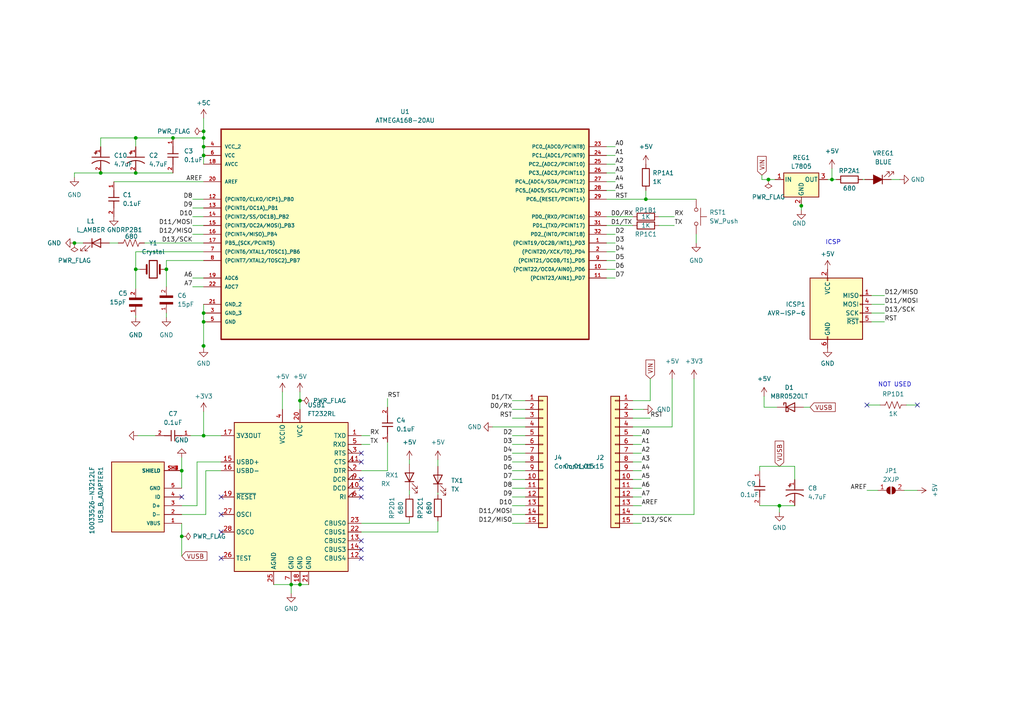
<source format=kicad_sch>
(kicad_sch (version 20230121) (generator eeschema)
  (paper "A4")
  (title_block (title "Arduino Nano") (date "2024-02-19") (rev "Arduino Nano ") (company "IIT Ropar") (comment 1 "PCB Assignment"))
  (lib_symbols
    (symbol "10033526-N3212LF:10033526-N3212LF" (pin_names (offset 1.016))
      (property "Reference" "J" (at -7.62 10.922 0))
      (property "Value" "10033526-N3212LF" (at -7.62 -12.7 0))
      (symbol "10033526-N3212LF_0_0"
        (pin power_in line (at -12.7 7.62 0) (length 5.08) (name "VBUS") (number "1"))
        (pin bidirectional line (at -12.7 5.08 0) (length 5.08) (name "D-") (number "2"))
        (pin bidirectional line (at -12.7 2.54 0) (length 5.08) (name "D+") (number "3"))
        (pin bidirectional line (at -12.7 0 0) (length 5.08) (name "ID") (number "4"))
        (pin power_in line (at -12.7 -2.54 0) (length 5.08) (name "GND") (number "5"))
        (pin passive line (at -12.7 -7.62 0) (length 5.08) (name "SHIELD") (number "SH1"))
        (pin passive line (at -12.7 -7.62 0) (length 5.08) (name "SHIELD") (number "SH2"))
        (pin passive line (at -12.7 -7.62 0) (length 5.08) (name "SHIELD") (number "SH3"))
        (pin passive line (at -12.7 -7.62 0) (length 5.08) (name "SHIELD") (number "SH4"))
      )
    )
    (symbol "ATMEGA168-20AU:ATMEGA168-20AU" (pin_names (offset 1.016))
      (property "Reference" "U" (at -5.6937 30.7563 0))
      (property "Value" "ATMEGA168-20AU" (at -3.7863 -37.3801 0))
      (symbol "ATMEGA168-20AU_0_0"
        (pin bidirectional line (at 58.42 -5.08 180) (length 5.08) (name "(PCINT19/OC2B/INT1)_PD3") (number "1"))
        (pin bidirectional line (at 58.42 -12.7 180) (length 5.08) (name "(PCINT22/OC0A/AIN0)_PD6") (number "10"))
        (pin bidirectional line (at 58.42 -15.24 180) (length 5.08) (name "(PCINT23/AIN1)_PD7") (number "11"))
        (pin bidirectional line (at -58.42 7.62 0) (length 5.08) (name "(PCINT0/CLKO/ICP1)_PB0") (number "12"))
        (pin bidirectional line (at -58.42 5.08 0) (length 5.08) (name "(PCINT1/OC1A)_PB1") (number "13"))
        (pin bidirectional line (at -58.42 2.54 0) (length 5.08) (name "(PCINT2/SS/OC1B)_PB2") (number "14"))
        (pin bidirectional line (at -58.42 0 0) (length 5.08) (name "(PCINT3/OC2A/MOSI)_PB3") (number "15"))
        (pin bidirectional line (at -58.42 -2.54 0) (length 5.08) (name "(PCINT4/MISO)_PB4") (number "16"))
        (pin bidirectional line (at -58.42 -5.08 0) (length 5.08) (name "PB5_(SCK/PCINT5)") (number "17"))
        (pin power_in line (at -58.42 17.78 0) (length 5.08) (name "AVCC") (number "18"))
        (pin input line (at -58.42 -15.24 0) (length 5.08) (name "ADC6") (number "19"))
        (pin bidirectional line (at 58.42 -7.62 180) (length 5.08) (name "(PCINT20/XCK/T0)_PD4") (number "2"))
        (pin input line (at -58.42 12.7 0) (length 5.08) (name "AREF") (number "20"))
        (pin passive line (at -58.42 -22.86 0) (length 5.08) (name "GND_2") (number "21"))
        (pin input line (at -58.42 -17.78 0) (length 5.08) (name "ADC7") (number "22"))
        (pin bidirectional line (at 58.42 22.86 180) (length 5.08) (name "PC0_(ADC0/PCINT8)") (number "23"))
        (pin bidirectional line (at 58.42 20.32 180) (length 5.08) (name "PC1_(ADC1/PCINT9)") (number "24"))
        (pin bidirectional line (at 58.42 17.78 180) (length 5.08) (name "PC2_(ADC2/PCINT10)") (number "25"))
        (pin bidirectional line (at 58.42 15.24 180) (length 5.08) (name "PC3_(ADC3/PCINT11)") (number "26"))
        (pin bidirectional line (at 58.42 12.7 180) (length 5.08) (name "PC4_(ADC4/SDA/PCINT12)") (number "27"))
        (pin bidirectional line (at 58.42 10.16 180) (length 5.08) (name "PC5_(ADC5/SCL/PCINT13)") (number "28"))
        (pin bidirectional line (at 58.42 7.62 180) (length 5.08) (name "PC6_(RESET/PCINT14)") (number "29"))
        (pin passive line (at -58.42 -25.4 0) (length 5.08) (name "GND_3") (number "3"))
        (pin bidirectional line (at 58.42 2.54 180) (length 5.08) (name "PD0_(RXD/PCINT16)") (number "30"))
        (pin bidirectional line (at 58.42 0 180) (length 5.08) (name "PD1_(TXD/PCINT17)") (number "31"))
        (pin bidirectional line (at 58.42 -2.54 180) (length 5.08) (name "PD2_(INT0/PCINT18)") (number "32"))
        (pin power_in line (at -58.42 22.86 0) (length 5.08) (name "VCC_2") (number "4"))
        (pin passive line (at -58.42 -27.94 0) (length 5.08) (name "GND") (number "5"))
        (pin power_in line (at -58.42 20.32 0) (length 5.08) (name "VCC") (number "6"))
        (pin bidirectional line (at -58.42 -7.62 0) (length 5.08) (name "(PCINT6/XTAL1/TOSC1)_PB6") (number "7"))
        (pin bidirectional line (at -58.42 -10.16 0) (length 5.08) (name "(PCINT7/XTAL2/TOSC2)_PB7") (number "8"))
        (pin bidirectional line (at 58.42 -10.16 180) (length 5.08) (name "(PCINT21/OC0B/T1)_PD5") (number "9"))
      )
    )
    (symbol "C0805C104K5RACTU:C0805C104K5RACTU" (pin_names (offset 1.016))
      (property "Reference" "C" (at 5.08 -5.08 0))
      (property "Value" "C0805C104K5RACTU" (at 5.08 -7.62 0))
      (symbol "C0805C104K5RACTU_0_0"
        (pin passive line (at 2.54 0 270) (length 2.54) (name "~") (number "1"))
        (pin passive line (at 2.54 -10.16 90) (length 2.54) (name "~") (number "2"))
      )
    )
    (symbol "C0805C180J5GACTU:C0805C180J5GACTU" (pin_names (offset 1.016))
      (property "Reference" "C" (at 0 3.8109 0))
      (property "Value" "C0805C180J5GACTU" (at 0 -5.0885 0))
      (symbol "C0805C180J5GACTU_0_0"
        (pin passive line (at -2.54 0 0) (length 2.54) (name "~") (number "1"))
        (pin passive line (at 5.08 0 180) (length 2.54) (name "~") (number "2"))
      )
    )
    (symbol "Connector:AVR-ISP-6" (pin_names (offset 1.016))
      (property "Reference" "J" (at -6.35 11.43 0))
      (property "Value" "AVR-ISP-6" (at 0 11.43 0))
      (symbol "AVR-ISP-6_1_1"
        (pin passive line (at 10.16 5.08 180) (length 2.54) (name "MISO") (number "1"))
        (pin passive line (at -2.54 12.7 270) (length 2.54) (name "VCC") (number "2"))
        (pin passive line (at 10.16 0 180) (length 2.54) (name "SCK") (number "3"))
        (pin passive line (at 10.16 2.54 180) (length 2.54) (name "MOSI") (number "4"))
        (pin passive line (at 10.16 -2.54 180) (length 2.54) (name "~{RST}") (number "5"))
        (pin passive line (at -2.54 -10.16 90) (length 2.54) (name "GND") (number "6"))
      )
    )
    (symbol "Connector_Generic:Conn_01x15" (pin_names (offset 1.016) hide)
      (property "Reference" "J" (at 0 20.32 0))
      (property "Value" "Conn_01x15" (at 0 -20.32 0))
      (symbol "Conn_01x15_1_1"
        (pin passive line (at -5.08 17.78 0) (length 3.81) (name "Pin_1") (number "1"))
        (pin passive line (at -5.08 -5.08 0) (length 3.81) (name "Pin_10") (number "10"))
        (pin passive line (at -5.08 -7.62 0) (length 3.81) (name "Pin_11") (number "11"))
        (pin passive line (at -5.08 -10.16 0) (length 3.81) (name "Pin_12") (number "12"))
        (pin passive line (at -5.08 -12.7 0) (length 3.81) (name "Pin_13") (number "13"))
        (pin passive line (at -5.08 -15.24 0) (length 3.81) (name "Pin_14") (number "14"))
        (pin passive line (at -5.08 -17.78 0) (length 3.81) (name "Pin_15") (number "15"))
        (pin passive line (at -5.08 15.24 0) (length 3.81) (name "Pin_2") (number "2"))
        (pin passive line (at -5.08 12.7 0) (length 3.81) (name "Pin_3") (number "3"))
        (pin passive line (at -5.08 10.16 0) (length 3.81) (name "Pin_4") (number "4"))
        (pin passive line (at -5.08 7.62 0) (length 3.81) (name "Pin_5") (number "5"))
        (pin passive line (at -5.08 5.08 0) (length 3.81) (name "Pin_6") (number "6"))
        (pin passive line (at -5.08 2.54 0) (length 3.81) (name "Pin_7") (number "7"))
        (pin passive line (at -5.08 0 0) (length 3.81) (name "Pin_8") (number "8"))
        (pin passive line (at -5.08 -2.54 0) (length 3.81) (name "Pin_9") (number "9"))
      )
    )
    (symbol "Device:Crystal" (pin_numbers hide) (pin_names (offset 1.016) hide)
      (property "Reference" "Y" (at 0 3.81 0))
      (property "Value" "Crystal" (at 0 -3.81 0))
      (symbol "Crystal_1_1"
        (pin passive line (at -3.81 0 0) (length 1.27) (name "1") (number "1"))
        (pin passive line (at 3.81 0 180) (length 1.27) (name "2") (number "2"))
      )
    )
    (symbol "Device:LED" (pin_numbers hide) (pin_names (offset 1.016) hide)
      (property "Reference" "D" (at 0 2.54 0))
      (property "Value" "LED" (at 0 -2.54 0))
      (symbol "LED_1_1"
        (pin passive line (at -3.81 0 0) (length 2.54) (name "K") (number "1"))
        (pin passive line (at 3.81 0 180) (length 2.54) (name "A") (number "2"))
      )
    )
    (symbol "Device:LED_Filled" (pin_numbers hide) (pin_names (offset 1.016) hide)
      (property "Reference" "D" (at 0 2.54 0))
      (property "Value" "LED_Filled" (at 0 -2.54 0))
      (symbol "LED_Filled_1_1"
        (pin passive line (at -3.81 0 0) (length 2.54) (name "K") (number "1"))
        (pin passive line (at 3.81 0 180) (length 2.54) (name "A") (number "2"))
      )
    )
    (symbol "Device:R" (pin_numbers hide) (pin_names (offset 0))
      (property "Reference" "R" (at 2.032 0 90))
      (property "Value" "R" (at 0 0 90))
      (symbol "R_1_1"
        (pin passive line (at 0 3.81 270) (length 1.27) (name "~") (number "1"))
        (pin passive line (at 0 -3.81 90) (length 1.27) (name "~") (number "2"))
      )
    )
    (symbol "Device:R_US" (pin_numbers hide) (pin_names (offset 0))
      (property "Reference" "R" (at 2.54 0 90))
      (property "Value" "R_US" (at -2.54 0 90))
      (symbol "R_US_1_1"
        (pin passive line (at 0 3.81 270) (length 1.27) (name "~") (number "1"))
        (pin passive line (at 0 -3.81 90) (length 1.27) (name "~") (number "2"))
      )
    )
    (symbol "Diode:MBR0520LT" (pin_numbers hide) (pin_names (offset 1.016) hide)
      (property "Reference" "D" (at 0 2.54 0))
      (property "Value" "MBR0520LT" (at 0 -2.54 0))
      (symbol "MBR0520LT_1_1"
        (pin passive line (at -3.81 0 0) (length 2.54) (name "K") (number "1"))
        (pin passive line (at 3.81 0 180) (length 2.54) (name "A") (number "2"))
      )
    )
    (symbol "Interface_USB:FT232RL"
      (property "Reference" "U" (at -16.51 22.86 0))
      (property "Value" "FT232RL" (at 10.16 22.86 0))
      (symbol "FT232RL_1_1"
        (pin output line (at 20.32 17.78 180) (length 3.81) (name "TXD") (number "1"))
        (pin input input_low (at 20.32 2.54 180) (length 3.81) (name "DCD") (number "10"))
        (pin input input_low (at 20.32 10.16 180) (length 3.81) (name "CTS") (number "11"))
        (pin bidirectional line (at 20.32 -17.78 180) (length 3.81) (name "CBUS4") (number "12"))
        (pin bidirectional line (at 20.32 -12.7 180) (length 3.81) (name "CBUS2") (number "13"))
        (pin bidirectional line (at 20.32 -15.24 180) (length 3.81) (name "CBUS3") (number "14"))
        (pin bidirectional line (at -20.32 10.16 0) (length 3.81) (name "USBD+") (number "15"))
        (pin bidirectional line (at -20.32 7.62 0) (length 3.81) (name "USBD-") (number "16"))
        (pin power_out line (at -20.32 17.78 0) (length 3.81) (name "3V3OUT") (number "17"))
        (pin power_in line (at 2.54 -25.4 90) (length 3.81) (name "GND") (number "18"))
        (pin input line (at -20.32 0 0) (length 3.81) (name "~{RESET}") (number "19"))
        (pin output output_low (at 20.32 7.62 180) (length 3.81) (name "DTR") (number "2"))
        (pin power_in line (at 2.54 25.4 270) (length 3.81) (name "VCC") (number "20"))
        (pin power_in line (at 5.08 -25.4 90) (length 3.81) (name "GND") (number "21"))
        (pin bidirectional line (at 20.32 -10.16 180) (length 3.81) (name "CBUS1") (number "22"))
        (pin bidirectional line (at 20.32 -7.62 180) (length 3.81) (name "CBUS0") (number "23"))
        (pin power_in line (at -5.08 -25.4 90) (length 3.81) (name "AGND") (number "25"))
        (pin input line (at -20.32 -17.78 0) (length 3.81) (name "TEST") (number "26"))
        (pin input line (at -20.32 -5.08 0) (length 3.81) (name "OSCI") (number "27"))
        (pin output line (at -20.32 -10.16 0) (length 3.81) (name "OSCO") (number "28"))
        (pin output output_low (at 20.32 12.7 180) (length 3.81) (name "RTS") (number "3"))
        (pin power_in line (at -2.54 25.4 270) (length 3.81) (name "VCCIO") (number "4"))
        (pin input line (at 20.32 15.24 180) (length 3.81) (name "RXD") (number "5"))
        (pin input input_low (at 20.32 0 180) (length 3.81) (name "RI") (number "6"))
        (pin power_in line (at 0 -25.4 90) (length 3.81) (name "GND") (number "7"))
        (pin input input_low (at 20.32 5.08 180) (length 3.81) (name "DCR") (number "9"))
      )
    )
    (symbol "Jumper:SolderJumper_2_Open" (pin_names (offset 0) hide)
      (property "Reference" "JP" (at 0 2.032 0))
      (property "Value" "SolderJumper_2_Open" (at 0 -2.54 0))
      (symbol "SolderJumper_2_Open_1_1"
        (pin passive line (at -3.81 0 0) (length 2.54) (name "A") (number "1"))
        (pin passive line (at 3.81 0 180) (length 2.54) (name "B") (number "2"))
      )
    )
    (symbol "Regulator_Linear:L7805" (pin_names (offset 0.254))
      (property "Reference" "U" (at -3.81 3.175 0))
      (property "Value" "L7805" (at 0 3.175 0))
      (symbol "L7805_1_1"
        (pin power_in line (at -7.62 0 0) (length 2.54) (name "IN") (number "1"))
        (pin power_in line (at 0 -7.62 90) (length 2.54) (name "GND") (number "2"))
        (pin power_out line (at 7.62 0 180) (length 2.54) (name "OUT") (number "3"))
      )
    )
    (symbol "Switch:SW_Push" (pin_numbers hide) (pin_names (offset 1.016) hide)
      (property "Reference" "SW" (at 1.27 2.54 0))
      (property "Value" "SW_Push" (at 0 -1.524 0))
      (symbol "SW_Push_0_1"
        (pin passive line (at -5.08 0 0) (length 2.54) (name "1") (number "1"))
        (pin passive line (at 5.08 0 180) (length 2.54) (name "2") (number "2"))
      )
    )
    (symbol "T491A475K010AT:T491A475K010AT" (pin_names (offset 1.016))
      (property "Reference" "C" (at -5.08 3.8109 0))
      (property "Value" "T491A475K010AT" (at -5.08 -5.0885 0))
      (symbol "T491A475K010AT_0_0"
        (pin passive line (at -5.08 0 0) (length 2.54) (name "~") (number "1"))
        (pin passive line (at 2.54 0 180) (length 2.54) (name "~") (number "2"))
      )
    )
    (symbol "power:+3V3" (power) (pin_names (offset 0))
      (property "Value" "+3V3" (at 0 3.556 0))
      (symbol "+3V3_1_1"
        (pin power_in line (at 0 0 90) (length 0) hide (name "+3V3") (number "1"))
      )
    )
    (symbol "power:+5C" (power) (pin_names (offset 0))
      (property "Value" "+5C" (at 0 3.556 0))
      (symbol "+5C_1_1"
        (pin power_in line (at 0 0 90) (length 0) hide (name "+5C") (number "1"))
      )
    )
    (symbol "power:+5V" (power) (pin_names (offset 0))
      (property "Value" "+5V" (at 0 3.556 0))
      (symbol "+5V_1_1"
        (pin power_in line (at 0 0 90) (length 0) hide (name "+5V") (number "1"))
      )
    )
    (symbol "power:GND" (power) (pin_names (offset 0))
      (property "Value" "GND" (at 0 -3.81 0))
      (symbol "GND_1_1"
        (pin power_in line (at 0 0 270) (length 0) hide (name "GND") (number "1"))
      )
    )
    (symbol "power:PWR_FLAG" (power) (pin_numbers hide) (pin_names (offset 0) hide)
      (property "Value" "PWR_FLAG" (at 0 3.81 0))
      (symbol "PWR_FLAG_0_0"
        (pin power_out line (at 0 0 90) (length 0) (name "pwr") (number "1"))
      )
    )
  )
  (junction (at 59.055 38.1))
  (junction (at 52.705 155.575))
  (junction (at 59.055 100.33))
  (junction (at 59.055 126.365))
  (junction (at 187.325 57.785))
  (junction (at 48.26 78.105))
  (junction (at 226.06 146.685))
  (junction (at 21.59 70.485))
  (junction (at 59.055 45.085))
  (junction (at 222.885 52.07))
  (junction (at 59.055 90.805))
  (junction (at 232.41 59.69))
  (junction (at 52.705 136.525))
  (junction (at 59.055 93.345))
  (junction (at 29.21 50.165))
  (junction (at 59.055 40.005))
  (junction (at 86.995 169.545))
  (junction (at 59.055 42.545))
  (junction (at 39.37 78.105))
  (junction (at 39.37 40.005))
  (junction (at 50.165 40.005))
  (junction (at 86.995 116.205))
  (junction (at 241.3 52.07))
  (junction (at 39.37 50.165))
  (junction (at 84.455 169.545))
  (no_connect (at 104.775 144.145))
  (no_connect (at 52.705 144.145))
  (no_connect (at 104.775 161.925))
  (no_connect (at 64.135 154.305))
  (no_connect (at 266.065 117.475))
  (no_connect (at 104.775 159.385))
  (no_connect (at 251.46 117.475))
  (no_connect (at 104.775 141.605))
  (no_connect (at 64.135 161.925))
  (no_connect (at 104.775 133.985))
  (no_connect (at 104.775 131.445))
  (no_connect (at 104.775 139.065))
  (no_connect (at 104.775 156.845))
  (no_connect (at 64.135 144.145))
  (no_connect (at 64.135 149.225))
  (wire (pts (xy 252.73 93.345) (xy 256.54 93.345)))
  (wire (pts (xy 222.885 52.07) (xy 224.79 52.07)))
  (wire (pts (xy 29.21 50.165) (xy 39.37 50.165)))
  (wire (pts (xy 40.64 78.105) (xy 39.37 78.105)))
  (wire (pts (xy 183.515 128.905) (xy 186.055 128.905)))
  (wire (pts (xy 152.4 149.225) (xy 148.59 149.225)))
  (wire (pts (xy 59.055 73.025) (xy 39.37 73.025)))
  (wire (pts (xy 79.375 169.545) (xy 84.455 169.545)))
  (wire (pts (xy 127 133.35) (xy 127 135.255)))
  (wire (pts (xy 175.895 73.025) (xy 178.435 73.025)))
  (wire (pts (xy 183.515 118.745) (xy 186.69 118.745)))
  (wire (pts (xy 48.26 75.565) (xy 48.26 78.105)))
  (wire (pts (xy 55.88 65.405) (xy 59.055 65.405)))
  (wire (pts (xy 175.895 78.105) (xy 178.435 78.105)))
  (wire (pts (xy 59.055 100.33) (xy 59.055 93.345)))
  (wire (pts (xy 183.515 139.065) (xy 186.055 139.065)))
  (wire (pts (xy 33.02 52.705) (xy 59.055 52.705)))
  (wire (pts (xy 104.775 126.365) (xy 107.315 126.365)))
  (wire (pts (xy 175.895 67.945) (xy 178.435 67.945)))
  (wire (pts (xy 59.055 45.085) (xy 59.055 47.625)))
  (wire (pts (xy 240.03 52.07) (xy 241.3 52.07)))
  (wire (pts (xy 55.88 60.325) (xy 59.055 60.325)))
  (wire (pts (xy 81.915 113.665) (xy 81.915 118.745)))
  (wire (pts (xy 59.055 100.33) (xy 59.055 100.965)))
  (wire (pts (xy 48.26 90.805) (xy 48.26 92.075)))
  (wire (pts (xy 84.455 169.545) (xy 84.455 172.085)))
  (wire (pts (xy 59.055 40.005) (xy 59.055 42.545)))
  (wire (pts (xy 152.4 118.745) (xy 148.59 118.745)))
  (wire (pts (xy 175.895 62.865) (xy 183.515 62.865)))
  (wire (pts (xy 252.73 88.265) (xy 256.54 88.265)))
  (wire (pts (xy 194.945 109.855) (xy 194.945 123.825)))
  (wire (pts (xy 148.59 141.605) (xy 152.4 141.605)))
  (wire (pts (xy 127 142.875) (xy 127 143.51)))
  (wire (pts (xy 152.4 131.445) (xy 148.59 131.445)))
  (wire (pts (xy 41.91 70.485) (xy 59.055 70.485)))
  (wire (pts (xy 152.4 146.685) (xy 148.59 146.685)))
  (wire (pts (xy 59.055 42.545) (xy 59.055 45.085)))
  (wire (pts (xy 175.895 42.545) (xy 178.435 42.545)))
  (wire (pts (xy 86.995 169.545) (xy 89.535 169.545)))
  (wire (pts (xy 250.19 52.07) (xy 250.825 52.07)))
  (wire (pts (xy 118.745 133.35) (xy 118.745 134.62)))
  (wire (pts (xy 59.69 149.225) (xy 52.705 149.225)))
  (wire (pts (xy 183.515 126.365) (xy 186.055 126.365)))
  (wire (pts (xy 183.515 133.985) (xy 186.055 133.985)))
  (wire (pts (xy 118.745 143.51) (xy 118.745 142.24)))
  (wire (pts (xy 52.705 161.29) (xy 52.705 155.575)))
  (wire (pts (xy 59.055 119.38) (xy 59.055 126.365)))
  (wire (pts (xy 112.395 128.27) (xy 112.395 136.525)))
  (wire (pts (xy 50.165 40.005) (xy 39.37 40.005)))
  (wire (pts (xy 39.37 73.025) (xy 39.37 78.105)))
  (wire (pts (xy 232.41 57.15) (xy 232.41 59.69)))
  (wire (pts (xy 21.59 70.485) (xy 24.13 70.485)))
  (wire (pts (xy 222.885 52.07) (xy 220.98 52.07)))
  (wire (pts (xy 201.295 109.855) (xy 201.295 149.225)))
  (wire (pts (xy 39.37 40.005) (xy 29.21 40.005)))
  (wire (pts (xy 226.06 146.685) (xy 230.505 146.685)))
  (wire (pts (xy 241.3 48.895) (xy 241.3 52.07)))
  (wire (pts (xy 183.515 123.825) (xy 194.945 123.825)))
  (wire (pts (xy 175.895 70.485) (xy 178.435 70.485)))
  (wire (pts (xy 104.775 128.905) (xy 107.315 128.905)))
  (wire (pts (xy 233.045 118.11) (xy 234.95 118.11)))
  (wire (pts (xy 55.245 126.365) (xy 59.055 126.365)))
  (wire (pts (xy 59.055 75.565) (xy 48.26 75.565)))
  (wire (pts (xy 201.93 70.485) (xy 201.93 67.945)))
  (wire (pts (xy 55.88 80.645) (xy 59.055 80.645)))
  (wire (pts (xy 220.345 135.255) (xy 230.505 135.255)))
  (wire (pts (xy 188.595 109.855) (xy 188.595 116.205)))
  (wire (pts (xy 175.895 80.645) (xy 178.435 80.645)))
  (wire (pts (xy 183.515 131.445) (xy 186.055 131.445)))
  (wire (pts (xy 59.055 38.1) (xy 59.055 40.005)))
  (wire (pts (xy 175.895 47.625) (xy 178.435 47.625)))
  (wire (pts (xy 59.055 126.365) (xy 64.135 126.365)))
  (wire (pts (xy 39.37 40.005) (xy 39.37 42.545)))
  (wire (pts (xy 55.88 67.945) (xy 59.055 67.945)))
  (wire (pts (xy 251.46 142.24) (xy 254.635 142.24)))
  (wire (pts (xy 21.59 50.165) (xy 29.21 50.165)))
  (wire (pts (xy 152.4 126.365) (xy 148.59 126.365)))
  (wire (pts (xy 175.895 50.165) (xy 178.435 50.165)))
  (wire (pts (xy 183.515 146.685) (xy 186.055 146.685)))
  (wire (pts (xy 59.055 88.265) (xy 59.055 90.805)))
  (wire (pts (xy 232.41 59.69) (xy 232.41 60.96)))
  (wire (pts (xy 191.135 65.405) (xy 195.58 65.405)))
  (wire (pts (xy 175.895 45.085) (xy 178.435 45.085)))
  (wire (pts (xy 52.705 132.715) (xy 52.705 136.525)))
  (wire (pts (xy 152.4 136.525) (xy 148.59 136.525)))
  (wire (pts (xy 142.875 123.825) (xy 152.4 123.825)))
  (wire (pts (xy 48.26 78.105) (xy 48.26 83.185)))
  (wire (pts (xy 258.445 52.07) (xy 260.985 52.07)))
  (wire (pts (xy 226.06 146.685) (xy 226.06 148.59)))
  (wire (pts (xy 104.775 154.305) (xy 127 154.305)))
  (wire (pts (xy 230.505 135.255) (xy 230.505 139.065)))
  (wire (pts (xy 50.165 40.005) (xy 59.055 40.005)))
  (wire (pts (xy 59.055 34.29) (xy 59.055 38.1)))
  (wire (pts (xy 183.515 149.225) (xy 201.295 149.225)))
  (wire (pts (xy 104.775 151.765) (xy 118.745 151.765)))
  (wire (pts (xy 252.73 90.805) (xy 256.54 90.805)))
  (wire (pts (xy 39.37 50.165) (xy 50.165 50.165)))
  (wire (pts (xy 29.21 40.005) (xy 29.21 42.545)))
  (wire (pts (xy 59.69 136.525) (xy 59.69 149.225)))
  (wire (pts (xy 40.005 126.365) (xy 45.085 126.365)))
  (wire (pts (xy 191.135 62.865) (xy 195.58 62.865)))
  (wire (pts (xy 152.4 128.905) (xy 148.59 128.905)))
  (wire (pts (xy 55.88 83.185) (xy 59.055 83.185)))
  (wire (pts (xy 183.515 144.145) (xy 186.055 144.145)))
  (wire (pts (xy 175.895 57.785) (xy 187.325 57.785)))
  (wire (pts (xy 57.15 133.985) (xy 57.15 146.685)))
  (wire (pts (xy 148.59 144.145) (xy 152.4 144.145)))
  (wire (pts (xy 187.325 55.245) (xy 187.325 57.785)))
  (wire (pts (xy 262.89 117.475) (xy 266.065 117.475)))
  (wire (pts (xy 183.515 136.525) (xy 186.055 136.525)))
  (wire (pts (xy 59.055 90.805) (xy 59.055 93.345)))
  (wire (pts (xy 175.895 52.705) (xy 178.435 52.705)))
  (wire (pts (xy 127 151.13) (xy 127 154.305)))
  (wire (pts (xy 175.895 65.405) (xy 183.515 65.405)))
  (wire (pts (xy 86.995 116.205) (xy 86.995 118.745)))
  (wire (pts (xy 221.615 118.11) (xy 225.425 118.11)))
  (wire (pts (xy 262.255 142.24) (xy 266.065 142.24)))
  (wire (pts (xy 183.515 116.205) (xy 188.595 116.205)))
  (wire (pts (xy 175.895 55.245) (xy 178.435 55.245)))
  (wire (pts (xy 251.46 117.475) (xy 255.27 117.475)))
  (wire (pts (xy 152.4 139.065) (xy 148.59 139.065)))
  (wire (pts (xy 241.3 52.07) (xy 242.57 52.07)))
  (wire (pts (xy 31.75 70.485) (xy 34.29 70.485)))
  (wire (pts (xy 112.395 115.57) (xy 112.395 118.11)))
  (wire (pts (xy 252.73 85.725) (xy 256.54 85.725)))
  (wire (pts (xy 84.455 169.545) (xy 86.995 169.545)))
  (wire (pts (xy 152.4 121.285) (xy 148.59 121.285)))
  (wire (pts (xy 64.135 133.985) (xy 57.15 133.985)))
  (wire (pts (xy 52.705 136.525) (xy 52.705 141.605)))
  (wire (pts (xy 221.615 118.11) (xy 221.615 114.935)))
  (wire (pts (xy 58.42 100.33) (xy 59.055 100.33)))
  (wire (pts (xy 64.135 136.525) (xy 59.69 136.525)))
  (wire (pts (xy 112.395 136.525) (xy 104.775 136.525)))
  (wire (pts (xy 39.37 78.105) (xy 39.37 83.82)))
  (wire (pts (xy 57.15 146.685) (xy 52.705 146.685)))
  (wire (pts (xy 183.515 121.285) (xy 188.595 121.285)))
  (wire (pts (xy 118.745 151.765) (xy 118.745 151.13)))
  (wire (pts (xy 86.995 113.665) (xy 86.995 116.205)))
  (wire (pts (xy 152.4 133.985) (xy 148.59 133.985)))
  (wire (pts (xy 52.705 151.765) (xy 52.705 155.575)))
  (wire (pts (xy 21.59 50.165) (xy 21.59 51.435)))
  (wire (pts (xy 183.515 151.765) (xy 186.055 151.765)))
  (wire (pts (xy 220.98 52.07) (xy 220.98 50.8)))
  (wire (pts (xy 55.88 57.785) (xy 59.055 57.785)))
  (wire (pts (xy 220.345 135.255) (xy 220.345 136.525)))
  (wire (pts (xy 152.4 116.205) (xy 148.59 116.205)))
  (wire (pts (xy 55.88 62.865) (xy 59.055 62.865)))
  (wire (pts (xy 39.37 92.075) (xy 39.37 91.44)))
  (wire (pts (xy 187.325 57.785) (xy 201.93 57.785)))
  (wire (pts (xy 220.345 146.685) (xy 226.06 146.685)))
  (wire (pts (xy 152.4 151.765) (xy 148.59 151.765)))
  (wire (pts (xy 175.895 75.565) (xy 178.435 75.565)))
  (wire (pts (xy 183.515 141.605) (xy 186.055 141.605)))
  (text "ICSP\n" (at 239.395 71.12 0) (effects (font (size 1.27 1.27)) (justify left bottom)))
  (text "NOT USED" (at 254.635 112.395 0) (effects (font (size 1.27 1.27)) (justify left bottom)))
  (label "D13{slash}SCK" (at 186.055 151.765 0))
  (label "D3" (at 178.435 70.485 0))
  (label "A2" (at 186.055 131.445 0))
  (label "D6" (at 148.59 136.525 180))
  (label "D10" (at 148.59 146.685 180))
  (label "A2" (at 178.435 47.625 0))
  (label "RST" (at 188.595 121.285 0))
  (label "D1{slash}TX" (at 177.165 65.405 0))
  (label "D6" (at 178.435 78.105 0))
  (label "D2" (at 178.435 67.945 0))
  (label "AREF" (at 53.975 52.705 0))
  (label "D11{slash}MOSI" (at 148.59 149.225 180))
  (label "D13{slash}SCK" (at 55.88 70.485 180))
  (label "RX" (at 107.315 126.365 0))
  (label "RST" (at 112.395 115.57 0))
  (label "D13{slash}SCK" (at 256.54 90.805 0))
  (label "A7" (at 186.055 144.145 0))
  (label "A1" (at 186.055 128.905 0))
  (label "D8" (at 148.59 141.605 180))
  (label "TX" (at 107.315 128.905 0))
  (label "D5" (at 178.435 75.565 0))
  (label "D12{slash}MISO" (at 148.59 151.765 180))
  (label "D11{slash}MOSI" (at 55.88 65.405 180))
  (label "D10" (at 55.88 62.865 180))
  (label "RST" (at 148.59 121.285 180))
  (label "D1{slash}TX" (at 148.59 116.205 180))
  (label "D12{slash}MISO" (at 55.88 67.945 180))
  (label "A0" (at 178.435 42.545 0))
  (label "RST" (at 256.54 93.345 0))
  (label "D5" (at 148.59 133.985 180))
  (label "D4" (at 148.59 131.445 180))
  (label "RST" (at 178.435 57.785 0))
  (label "D12{slash}MISO" (at 256.54 85.725 0))
  (label "D4" (at 178.435 73.025 0))
  (label "A4" (at 186.055 136.525 0))
  (label "D11{slash}MOSI" (at 256.54 88.265 0))
  (label "A7" (at 55.88 83.185 180))
  (label "A3" (at 178.435 50.165 0))
  (label "D2" (at 148.59 126.365 180))
  (label "D7" (at 178.435 80.645 0))
  (label "D9" (at 148.59 144.145 180))
  (label "D0{slash}RX" (at 148.59 118.745 180))
  (label "D8" (at 55.88 57.785 180))
  (label "D3" (at 148.59 128.905 180))
  (label "D9" (at 55.88 60.325 180))
  (label "A6" (at 55.88 80.645 180))
  (label "A5" (at 186.055 139.065 0))
  (label "TX" (at 195.58 65.405 0))
  (label "D0{slash}RX" (at 177.165 62.865 0))
  (label "AREF" (at 186.055 146.685 0))
  (label "AREF" (at 251.46 142.24 180))
  (label "A0" (at 186.055 126.365 0))
  (label "D7" (at 148.59 139.065 180))
  (label "A1" (at 178.435 45.085 0))
  (label "A3" (at 186.055 133.985 0))
  (label "A4" (at 178.435 52.705 0))
  (label "RX" (at 195.58 62.865 0))
  (label "A5" (at 178.435 55.245 0))
  (label "A6" (at 186.055 141.605 0))
  (global_label "VIN" (shape input) (at 188.595 109.855 90) (property "Intersheetrefs" "${INTERSHEET_REFS}" (effects hide)))
  (global_label "VUSB" (shape input) (at 234.95 118.11 0) (property "Intersheetrefs" "${INTERSHEET_REFS}" (effects hide)))
  (global_label "VIN" (shape input) (at 220.98 50.8 90) (property "Intersheetrefs" "${INTERSHEET_REFS}" (effects hide)))
  (global_label "VUSB" (shape input) (at 226.06 135.255 90) (property "Intersheetrefs" "${INTERSHEET_REFS}" (effects hide)))
  (global_label "VUSB" (shape input) (at 52.705 161.29 0) (property "Intersheetrefs" "${INTERSHEET_REFS}" (effects hide)))
  (symbol (lib_id "power:+5V") (at 241.3 48.895 0) (unit 1)
    (property "Reference" "#PWR017" (effects hide))
    (property "Value" "+5V" (at 241.3 43.815 0))
  )
  (symbol (lib_id "Device:LED") (at 127 139.065 90) (unit 1)
    (property "Reference" "TX1" (at 130.81 139.3825 90) (effects (justify right)))
    (property "Value" "TX" (at 130.81 141.9225 90) (effects (justify right)))
    (property "Footprint" "LED_SMD:LED_0805_2012Metric" (effects hide))
  )
  (symbol (lib_id "power:GND") (at 260.985 52.07 90) (unit 1)
    (property "Reference" "#PWR018" (effects hide))
    (property "Value" "GND" (at 264.16 52.07 90) (effects (justify right)))
  )
  (symbol (lib_id "power:+5C") (at 59.055 34.29 0) (unit 1)
    (property "Reference" "#PWR04" (effects hide))
    (property "Value" "+5C" (at 59.055 29.845 0))
  )
  (symbol (lib_id "T491A475K010AT:T491A475K010AT") (at 39.37 47.625 270) (unit 1)
    (property "Reference" "C2" (at 43.18 45.085 90) (effects (justify left)))
    (property "Value" "4.7uF" (at 43.18 47.625 90) (effects (justify left)))
    (property "Footprint" "Capacitor_Tantalum_SMD:CP_EIA-2012-12_Kemet-R" (effects hide))
    (property "MF" "KEMET" (effects hide))
    (property "MAXIMUM_PACKAGE_HEIGHT" "1.8 mm" (effects hide))
    (property "Package" "SMD-2 KEMET" (effects hide))
    (property "Price" "None" (effects hide))
    (property "Check_prices" "https://www.snapeda.com/parts/T491A475K010AT/KEMET/view-part/?ref=eda" (effects hide))
    (property "STANDARD" "IPC 7351B" (effects hide))
    (property "PARTREV" "N/A" (effects hide))
    (property "SnapEDA_Link" "https://www.snapeda.com/parts/T491A475K010AT/KEMET/view-part/?ref=snap" (effects hide))
    (property "MP" "T491A475K010AT" (effects hide))
    (property "Description" "\nCapacitors Tantalum PCB 4.7uF SMD Tol 10% 10 VDC Case Size 3216 T491 Series | KEMET T491A475K010AT\n" (effects hide))
    (property "Availability" "In Stock" (effects hide))
    (property "MANUFACTURER" "KEMET" (effects hide))
  )
  (symbol (lib_id "power:GND") (at 84.455 172.085 0) (unit 1)
    (property "Reference" "#PWR013" (effects hide))
    (property "Value" "GND" (at 84.455 176.53 0))
  )
  (symbol (lib_id "Jumper:SolderJumper_2_Open") (at 258.445 142.24 0) (unit 1)
    (property "Reference" "JP1" (at 258.445 136.525 0))
    (property "Value" "2XJP" (at 258.445 139.065 0))
    (property "Footprint" "Jumper:SolderJumper-2_P1.3mm_Open_Pad1.0x1.5mm" (effects hide))
  )
  (symbol (lib_id "Connector:AVR-ISP-6") (at 242.57 90.805 0) (unit 1)
    (property "Reference" "ICSP1" (at 233.68 88.265 0) (effects (justify right)))
    (property "Value" "AVR-ISP-6" (at 233.68 90.805 0) (effects (justify right)))
    (property "Footprint" "Connector_PinHeader_2.54mm:PinHeader_2x03_P2.54mm_Vertical" (effects hide))
    (property "Datasheet" " ~" (effects hide))
  )
  (symbol (lib_id "Regulator_Linear:L7805") (at 232.41 52.07 0) (unit 1)
    (property "Reference" "REG1" (at 232.41 45.72 0))
    (property "Value" "L7805" (at 232.41 48.26 0))
    (property "Footprint" "Package_TO_SOT_SMD:SOT-223-3_TabPin2" (effects hide))
    (property "Datasheet" "http://www.st.com/content/ccc/resource/technical/document/datasheet/41/4f/b3/b0/12/d4/47/88/CD00000444.pdf/files/CD00000444.pdf/jcr:content/translations/en.CD00000444.pdf" (effects hide))
  )
  (symbol (lib_id "Device:R") (at 246.38 52.07 90) (unit 1)
    (property "Reference" "RP2A1" (at 246.38 49.53 90))
    (property "Value" "680" (at 246.38 54.61 90))
    (property "Footprint" "Resistor_SMD:R_0805_2012Metric" (effects hide))
  )
  (symbol (lib_id "power:GND") (at 142.875 123.825 270) (unit 1)
    (property "Reference" "#PWR031" (effects hide))
    (property "Value" "GND" (at 139.7 123.825 90) (effects (justify right)))
  )
  (symbol (lib_id "Device:LED") (at 27.94 70.485 0) (unit 1)
    (property "Reference" "L1" (at 26.3525 64.135 0))
    (property "Value" "L_AMBER" (at 26.3525 66.675 0))
    (property "Footprint" "LED_SMD:LED_0805_2012Metric" (effects hide))
  )
  (symbol (lib_id "power:GND") (at 40.005 126.365 270) (unit 1)
    (property "Reference" "#PWR011" (effects hide))
    (property "Value" "GND" (effects hide))
  )
  (symbol (lib_id "power:PWR_FLAG") (at 52.705 155.575 270) (unit 1)
    (property "Reference" "#FLG03" (effects hide))
    (property "Value" "PWR_FLAG" (at 55.88 155.575 90) (effects (justify left)))
  )
  (symbol (lib_id "power:PWR_FLAG") (at 59.055 38.1 90) (unit 1)
    (property "Reference" "#FLG02" (effects hide))
    (property "Value" "PWR_FLAG" (at 55.245 38.1 90) (effects (justify left)))
  )
  (symbol (lib_id "ATMEGA168-20AU:ATMEGA168-20AU") (at 117.475 65.405 0) (unit 1)
    (property "Reference" "U1" (at 117.475 32.385 0))
    (property "Value" "ATMEGA168-20AU" (at 117.475 34.925 0))
    (property "Footprint" "ATMEGA168-20AU:QFP80P900X900X120-32N" (effects hide))
    (property "MF" "Microchip" (effects hide))
    (property "DESCRIPTION" "Microcontroller" (effects hide))
    (property "PACKAGE" "QFP-32" (effects hide))
    (property "MPN" "ATMEGA168-20AU" (effects hide))
    (property "Price" "None" (effects hide))
    (property "Package" "TQFP-32 Microchip" (effects hide))
    (property "Check_prices" "https://www.snapeda.com/parts/ATMEGA168-20AU/Microchip/view-part/?ref=eda" (effects hide))
    (property "OC_FARNELL" "9171193" (effects hide))
    (property "SnapEDA_Link" "https://www.snapeda.com/parts/ATMEGA168-20AU/Microchip/view-part/?ref=snap" (effects hide))
    (property "MP" "ATMEGA168-20AU" (effects hide))
    (property "Purchase-URL" "https://www.snapeda.com/api/url_track_click_mouser/?unipart_id=44826&manufacturer=Microchip&part_name=ATMEGA168-20AU&search_term=None" (effects hide))
    (property "SUPPLIER" "ATMEL" (effects hide))
    (property "OC_NEWARK" "01M6891" (effects hide))
    (property "Availability" "In Stock" (effects hide))
    (property "Description" "\nAVR AVR® ATmega Microcontroller IC 8-Bit 20MHz 16KB (8K x 16) FLASH 32-TQFP (7x7)\n" (effects hide))
  )
  (symbol (lib_id "C0805C104K5RACTU:C0805C104K5RACTU") (at 30.48 52.705 0) (unit 1)
    (property "Reference" "C1" (at 35.56 56.515 0) (effects (justify left)))
    (property "Value" "0.1uF" (at 35.56 59.055 0) (effects (justify left)))
    (property "Footprint" "Capacitor_Tantalum_SMD:CP_EIA-2012-12_Kemet-R" (effects hide))
    (property "MF" "KEMET" (effects hide))
    (property "Description" "\nCapacitor, Ceramic, Cap, .100uF, Tol 10%, SMT, 50V, X7R, Tape/Reel | KEMET C0805C104K5RACTU\n" (effects hide))
    (property "Package" "2012 KEMET" (effects hide))
    (property "Price" "None" (effects hide))
    (property "SnapEDA_Link" "https://www.snapeda.com/parts/C0805C104K5RACTU/KEMET/view-part/?ref=snap" (effects hide))
    (property "MP" "C0805C104K5RACTU" (effects hide))
    (property "Purchase-URL" "https://www.snapeda.com/api/url_track_click_mouser/?unipart_id=78586&manufacturer=KEMET&part_name=C0805C104K5RACTU&search_term=None" (effects hide))
    (property "Availability" "In Stock" (effects hide))
    (property "Check_prices" "https://www.snapeda.com/parts/C0805C104K5RACTU/KEMET/view-part/?ref=eda" (effects hide))
  )
  (symbol (lib_id "power:+5V") (at 86.995 113.665 0) (unit 1)
    (property "Reference" "#PWR014" (effects hide))
    (property "Value" "+5V" (at 86.995 109.22 0))
  )
  (symbol (lib_id "power:+5V") (at 81.915 113.665 0) (unit 1)
    (property "Reference" "#PWR012" (effects hide))
    (property "Value" "+5V" (at 81.915 109.22 0))
  )
  (symbol (lib_id "power:+5V") (at 194.945 109.855 0) (unit 1)
    (property "Reference" "#PWR027" (effects hide))
    (property "Value" "+5V" (at 194.945 104.775 0))
  )
  (symbol (lib_id "C0805C104K5RACTU:C0805C104K5RACTU") (at 114.935 128.27 180) (unit 1)
    (property "Reference" "C4" (at 114.935 121.92 0) (effects (justify right)))
    (property "Value" "0.1uF" (at 114.935 124.46 0) (effects (justify right)))
    (property "Footprint" "Capacitor_Tantalum_SMD:CP_EIA-2012-12_Kemet-R" (effects hide))
    (property "MF" "KEMET" (effects hide))
    (property "Description" "\nCapacitor, Ceramic, Cap, .100uF, Tol 10%, SMT, 50V, X7R, Tape/Reel | KEMET C0805C104K5RACTU\n" (effects hide))
    (property "Package" "2012 KEMET" (effects hide))
    (property "Price" "None" (effects hide))
    (property "SnapEDA_Link" "https://www.snapeda.com/parts/C0805C104K5RACTU/KEMET/view-part/?ref=snap" (effects hide))
    (property "MP" "C0805C104K5RACTU" (effects hide))
    (property "Purchase-URL" "https://www.snapeda.com/api/url_track_click_mouser/?unipart_id=78586&manufacturer=KEMET&part_name=C0805C104K5RACTU&search_term=None" (effects hide))
    (property "Availability" "In Stock" (effects hide))
    (property "Check_prices" "https://www.snapeda.com/parts/C0805C104K5RACTU/KEMET/view-part/?ref=eda" (effects hide))
  )
  (symbol (lib_id "C0805C180J5GACTU:C0805C180J5GACTU") (at 39.37 88.9 90) (unit 1)
    (property "Reference" "C5" (at 34.29 85.09 90) (effects (justify right)))
    (property "Value" "15pF" (at 31.75 87.63 90) (effects (justify right)))
    (property "Footprint" "Capacitor_Tantalum_SMD:CP_EIA-2012-12_Kemet-R" (effects hide))
    (property "MF" "KEMET" (effects hide))
    (property "Description" "\nCapacitor, Ceramic, Cap, 18.0pF, Tol 5%, SMT, 50V, C0G | KEMET C0805C180J5GACTU\n" (effects hide))
    (property "Package" "2012 KEMET" (effects hide))
    (property "Price" "None" (effects hide))
    (property "SnapEDA_Link" "https://www.snapeda.com/parts/C0805C180J5GACTU/KEMET/view-part/?ref=snap" (effects hide))
    (property "MP" "C0805C180J5GACTU" (effects hide))
    (property "Purchase-URL" "https://www.snapeda.com/api/url_track_click_mouser/?unipart_id=567052&manufacturer=KEMET&part_name=C0805C180J5GACTU&search_term=None" (effects hide))
    (property "Availability" "In Stock" (effects hide))
    (property "Check_prices" "https://www.snapeda.com/parts/C0805C180J5GACTU/KEMET/view-part/?ref=eda" (effects hide))
  )
  (symbol (lib_id "power:+5V") (at 240.03 78.105 0) (unit 1)
    (property "Reference" "#PWR023" (effects hide))
    (property "Value" "+5V" (at 240.03 73.66 0))
  )
  (symbol (lib_id "power:GND") (at 201.93 70.485 0) (unit 1)
    (property "Reference" "#PWR09" (effects hide))
    (property "Value" "GND" (at 201.93 75.565 0))
  )
  (symbol (lib_id "C0805C180J5GACTU:C0805C180J5GACTU") (at 48.26 88.265 90) (unit 1)
    (property "Reference" "C6" (at 51.435 85.725 90) (effects (justify right)))
    (property "Value" "15pF" (at 51.435 88.265 90) (effects (justify right)))
    (property "Footprint" "Capacitor_Tantalum_SMD:CP_EIA-2012-12_Kemet-R" (effects hide))
    (property "MF" "KEMET" (effects hide))
    (property "Description" "\nCapacitor, Ceramic, Cap, 18.0pF, Tol 5%, SMT, 50V, C0G | KEMET C0805C180J5GACTU\n" (effects hide))
    (property "Package" "2012 KEMET" (effects hide))
    (property "Price" "None" (effects hide))
    (property "SnapEDA_Link" "https://www.snapeda.com/parts/C0805C180J5GACTU/KEMET/view-part/?ref=snap" (effects hide))
    (property "MP" "C0805C180J5GACTU" (effects hide))
    (property "Purchase-URL" "https://www.snapeda.com/api/url_track_click_mouser/?unipart_id=567052&manufacturer=KEMET&part_name=C0805C180J5GACTU&search_term=None" (effects hide))
    (property "Availability" "In Stock" (effects hide))
    (property "Check_prices" "https://www.snapeda.com/parts/C0805C180J5GACTU/KEMET/view-part/?ref=eda" (effects hide))
  )
  (symbol (lib_id "power:PWR_FLAG") (at 86.995 116.205 270) (unit 1)
    (property "Reference" "#FLG04" (effects hide))
    (property "Value" "PWR_FLAG" (at 90.805 116.205 90) (effects (justify left)))
  )
  (symbol (lib_id "Device:R") (at 187.325 62.865 270) (unit 1)
    (property "Reference" "RP1B1" (at 187.325 60.96 90))
    (property "Value" "1K" (at 187.325 62.865 90))
    (property "Footprint" "Resistor_SMD:R_0805_2012Metric" (effects hide))
  )
  (symbol (lib_id "Connector_Generic:Conn_01x15") (at 178.435 133.985 0) (mirror y) (unit 1)
    (property "Reference" "J2" (at 175.26 132.715 0) (effects (justify left)))
    (property "Value" "Conn_01x15" (at 175.26 135.255 0) (effects (justify left)))
    (property "Footprint" "Connector_PinHeader_2.54mm:PinHeader_1x15_P2.54mm_Vertical" (effects hide))
  )
  (symbol (lib_id "T491A475K010AT:T491A475K010AT") (at 230.505 144.145 270) (unit 1)
    (property "Reference" "C8" (at 234.315 141.605 90) (effects (justify left)))
    (property "Value" "4.7uF" (at 234.315 144.145 90) (effects (justify left)))
    (property "Footprint" "Capacitor_Tantalum_SMD:CP_EIA-2012-12_Kemet-R" (effects hide))
    (property "MF" "KEMET" (effects hide))
    (property "MAXIMUM_PACKAGE_HEIGHT" "1.8 mm" (effects hide))
    (property "Package" "SMD-2 KEMET" (effects hide))
    (property "Price" "None" (effects hide))
    (property "Check_prices" "https://www.snapeda.com/parts/T491A475K010AT/KEMET/view-part/?ref=eda" (effects hide))
    (property "STANDARD" "IPC 7351B" (effects hide))
    (property "PARTREV" "N/A" (effects hide))
    (property "SnapEDA_Link" "https://www.snapeda.com/parts/T491A475K010AT/KEMET/view-part/?ref=snap" (effects hide))
    (property "MP" "T491A475K010AT" (effects hide))
    (property "Description" "\nCapacitors Tantalum PCB 4.7uF SMD Tol 10% 10 VDC Case Size 3216 T491 Series | KEMET T491A475K010AT\n" (effects hide))
    (property "Availability" "In Stock" (effects hide))
    (property "MANUFACTURER" "KEMET" (effects hide))
  )
  (symbol (lib_id "Device:R") (at 118.745 147.32 180) (unit 1)
    (property "Reference" "RP2D1" (at 113.665 147.32 90))
    (property "Value" "680" (at 116.205 147.32 90))
    (property "Footprint" "Resistor_SMD:R_0805_2012Metric" (effects hide))
  )
  (symbol (lib_id "10033526-N3212LF:10033526-N3212LF") (at 40.005 144.145 180) (unit 1)
    (property "Reference" "USB_B_ADAPTER1" (at 29.21 135.255 90) (effects (justify left)))
    (property "Value" "10033526-N3212LF" (at 26.67 135.255 90) (effects (justify left)))
    (property "Footprint" "10033526-N3212LF:AMPHENOL_10033526-N3212LF" (effects hide))
    (property "MF" "Amphenol ICC" (effects hide))
    (property "DESCRIPTION" "MINI USB 2.0- B Type Receptacle conn. Right Angle Surface Mount Type" (effects hide))
    (property "PACKAGE" "None" (effects hide))
    (property "PRICE" "None" (effects hide))
    (property "Package" "None" (effects hide))
    (property "Check_prices" "https://www.snapeda.com/parts/10033526-N3212LF/Amphenol+FCI/view-part/?ref=eda" (effects hide))
    (property "Price" "None" (effects hide))
    (property "SnapEDA_Link" "https://www.snapeda.com/parts/10033526-N3212LF/Amphenol+FCI/view-part/?ref=snap" (effects hide))
    (property "MP" "10033526-N3212LF" (effects hide))
    (property "Purchase-URL" "https://www.snapeda.com/api/url_track_click_mouser/?unipart_id=354349&manufacturer=Amphenol ICC&part_name=10033526-N3212LF&search_term=usb_mini_b" (effects hide))
    (property "Description" "\nMINI USB 2.0- B Type Receptacle conn. Right Angle Surface Mount Type\n" (effects hide))
    (property "Availability" "In Stock" (effects hide))
    (property "AVAILABILITY" "In Stock" (effects hide))
    (property "PURCHASE-URL" "https://pricing.snapeda.com/search/part/10033526-N3212LF/?ref=eda" (effects hide))
  )
  (symbol (lib_id "power:GND") (at 21.59 70.485 270) (unit 1)
    (property "Reference" "#PWR02" (effects hide))
    (property "Value" "GND" (at 17.78 70.485 90) (effects (justify right)))
  )
  (symbol (lib_id "power:GND") (at 48.26 92.075 0) (unit 1)
    (property "Reference" "#PWR06" (effects hide))
    (property "Value" "GND" (at 48.26 97.155 0))
  )
  (symbol (lib_id "power:GND") (at 39.37 92.075 0) (unit 1)
    (property "Reference" "#PWR05" (effects hide))
    (property "Value" "GND" (at 39.37 97.155 0))
  )
  (symbol (lib_id "power:+5V") (at 221.615 114.935 0) (unit 1)
    (property "Reference" "#PWR020" (effects hide))
    (property "Value" "+5V" (at 221.615 109.855 0))
  )
  (symbol (lib_id "Device:LED_Filled") (at 254.635 52.07 180) (unit 1)
    (property "Reference" "VREG1" (at 256.2225 44.45 0))
    (property "Value" "BLUE" (at 256.2225 46.99 0))
    (property "Footprint" "LED_SMD:LED_0805_2012Metric" (effects hide))
  )
  (symbol (lib_id "power:+5V") (at 127 133.35 0) (unit 1)
    (property "Reference" "#PWR016" (effects hide))
    (property "Value" "+5V" (at 127 128.27 0))
  )
  (symbol (lib_id "Device:LED") (at 118.745 138.43 90) (unit 1)
    (property "Reference" "RX1" (at 111.76 137.795 90) (effects (justify right)))
    (property "Value" "RX" (at 110.49 140.335 90) (effects (justify right)))
    (property "Footprint" "LED_SMD:LED_0805_2012Metric" (effects hide))
  )
  (symbol (lib_id "Device:R_US") (at 259.08 117.475 90) (unit 1)
    (property "Reference" "RP1D1" (at 259.08 114.3 90))
    (property "Value" "1K" (at 259.08 120.015 90))
    (property "Footprint" "Resistor_SMD:R_0805_2012Metric" (effects hide))
  )
  (symbol (lib_id "Device:R") (at 187.325 51.435 0) (unit 1)
    (property "Reference" "RP1A1" (at 189.23 50.165 0) (effects (justify left)))
    (property "Value" "1K" (at 189.23 52.705 0) (effects (justify left)))
    (property "Footprint" "Resistor_SMD:R_0805_2012Metric" (effects hide))
  )
  (symbol (lib_id "power:+3V3") (at 201.295 109.855 0) (unit 1)
    (property "Reference" "#PWR028" (effects hide))
    (property "Value" "+3V3" (at 201.295 104.775 0))
  )
  (symbol (lib_id "power:+5V") (at 266.065 142.24 270) (unit 1)
    (property "Reference" "#PWR029" (effects hide))
    (property "Value" "+5V" (at 271.145 142.24 0))
  )
  (symbol (lib_id "power:PWR_FLAG") (at 21.59 70.485 180) (unit 1)
    (property "Reference" "#FLG07" (effects hide))
    (property "Value" "PWR_FLAG" (at 21.59 75.565 0))
  )
  (symbol (lib_id "Device:R") (at 187.325 65.405 270) (unit 1)
    (property "Reference" "RP1C1" (at 187.325 67.945 90))
    (property "Value" "1K" (at 187.325 65.405 90))
    (property "Footprint" "Resistor_SMD:R_0805_2012Metric" (effects hide))
  )
  (symbol (lib_id "C0805C104K5RACTU:C0805C104K5RACTU") (at 55.245 123.825 270) (unit 1)
    (property "Reference" "C7" (at 50.165 120.015 90))
    (property "Value" "0.1uF" (at 50.165 122.555 90))
    (property "Footprint" "Capacitor_Tantalum_SMD:CP_EIA-2012-12_Kemet-R" (effects hide))
    (property "MF" "KEMET" (effects hide))
    (property "Description" "\nCapacitor, Ceramic, Cap, .100uF, Tol 10%, SMT, 50V, X7R, Tape/Reel | KEMET C0805C104K5RACTU\n" (effects hide))
    (property "Package" "2012 KEMET" (effects hide))
    (property "Price" "None" (effects hide))
    (property "SnapEDA_Link" "https://www.snapeda.com/parts/C0805C104K5RACTU/KEMET/view-part/?ref=snap" (effects hide))
    (property "MP" "C0805C104K5RACTU" (effects hide))
    (property "Purchase-URL" "https://www.snapeda.com/api/url_track_click_mouser/?unipart_id=78586&manufacturer=KEMET&part_name=C0805C104K5RACTU&search_term=None" (effects hide))
    (property "Availability" "In Stock" (effects hide))
    (property "Check_prices" "https://www.snapeda.com/parts/C0805C104K5RACTU/KEMET/view-part/?ref=eda" (effects hide))
  )
  (symbol (lib_id "power:GND") (at 232.41 60.96 0) (unit 1)
    (property "Reference" "#PWR019" (effects hide))
    (property "Value" "GND" (at 231.775 64.77 0))
  )
  (symbol (lib_id "power:+5V") (at 187.325 47.625 0) (unit 1)
    (property "Reference" "#PWR08" (effects hide))
    (property "Value" "+5V" (at 187.325 42.545 0))
  )
  (symbol (lib_id "power:GND") (at 186.69 118.745 90) (unit 1)
    (property "Reference" "#PWR026" (effects hide))
    (property "Value" "GND" (at 190.5 118.745 90) (effects (justify right)))
  )
  (symbol (lib_id "power:GND") (at 33.02 62.865 0) (unit 1)
    (property "Reference" "#PWR07" (effects hide))
    (property "Value" "GND" (at 33.02 66.675 0))
  )
  (symbol (lib_id "Interface_USB:FT232RL") (at 84.455 144.145 0) (unit 1)
    (property "Reference" "USB1" (at 89.1891 117.475 0) (effects (justify left)))
    (property "Value" "FT232RL" (at 89.1891 120.015 0) (effects (justify left)))
    (property "Footprint" "Package_SO:SSOP-28_5.3x10.2mm_P0.65mm" (effects hide))
    (property "Datasheet" "https://www.ftdichip.com/Support/Documents/DataSheets/ICs/DS_FT232R.pdf" (effects hide))
  )
  (symbol (lib_id "Device:R") (at 127 147.32 180) (unit 1)
    (property "Reference" "RP2C1" (at 121.92 147.32 90))
    (property "Value" "680" (at 124.46 147.32 90))
    (property "Footprint" "Resistor_SMD:R_0805_2012Metric" (effects hide))
  )
  (symbol (lib_id "Switch:SW_Push") (at 201.93 62.865 270) (unit 1)
    (property "Reference" "RST1" (at 205.74 61.595 90) (effects (justify left)))
    (property "Value" "SW_Push" (at 205.74 64.135 90) (effects (justify left)))
    (property "Footprint" "Button_Switch_SMD:SW_SPST_B3U-1000P-B" (effects hide))
  )
  (symbol (lib_id "power:GND") (at 240.03 100.965 0) (unit 1)
    (property "Reference" "#PWR024" (effects hide))
    (property "Value" "GND" (at 240.03 105.41 0))
  )
  (symbol (lib_id "power:GND") (at 52.705 132.715 180) (unit 1)
    (property "Reference" "#PWR021" (effects hide))
    (property "Value" "GND" (at 52.705 127.635 0))
  )
  (symbol (lib_id "C0805C104K5RACTU:C0805C104K5RACTU") (at 47.625 40.005 0) (unit 1)
    (property "Reference" "C3" (at 53.34 43.815 0) (effects (justify left)))
    (property "Value" "0.1uF" (at 53.34 46.355 0) (effects (justify left)))
    (property "Footprint" "Capacitor_Tantalum_SMD:CP_EIA-2012-12_Kemet-R" (effects hide))
    (property "MF" "KEMET" (effects hide))
    (property "Description" "\nCapacitor, Ceramic, Cap, .100uF, Tol 10%, SMT, 50V, X7R, Tape/Reel | KEMET C0805C104K5RACTU\n" (effects hide))
    (property "Package" "2012 KEMET" (effects hide))
    (property "Price" "None" (effects hide))
    (property "SnapEDA_Link" "https://www.snapeda.com/parts/C0805C104K5RACTU/KEMET/view-part/?ref=snap" (effects hide))
    (property "MP" "C0805C104K5RACTU" (effects hide))
    (property "Purchase-URL" "https://www.snapeda.com/api/url_track_click_mouser/?unipart_id=78586&manufacturer=KEMET&part_name=C0805C104K5RACTU&search_term=None" (effects hide))
    (property "Availability" "In Stock" (effects hide))
    (property "Check_prices" "https://www.snapeda.com/parts/C0805C104K5RACTU/KEMET/view-part/?ref=eda" (effects hide))
  )
  (symbol (lib_id "Connector_Generic:Conn_01x15") (at 157.48 133.985 0) (unit 1)
    (property "Reference" "J4" (at 160.655 132.715 0) (effects (justify left)))
    (property "Value" "Conn_01x15" (at 160.655 135.255 0) (effects (justify left)))
    (property "Footprint" "Connector_PinHeader_2.54mm:PinHeader_1x15_P2.54mm_Vertical" (effects hide))
  )
  (symbol (lib_id "Device:R_US") (at 38.1 70.485 90) (unit 1)
    (property "Reference" "RP2B1" (at 38.1 66.675 90))
    (property "Value" "680" (at 38.1 68.58 90))
    (property "Footprint" "Resistor_SMD:R_0805_2012Metric" (effects hide))
  )
  (symbol (lib_id "power:PWR_FLAG") (at 222.885 52.07 180) (unit 1)
    (property "Reference" "#FLG01" (effects hide))
    (property "Value" "PWR_FLAG" (at 222.885 57.15 0))
  )
  (symbol (lib_id "C0805C104K5RACTU:C0805C104K5RACTU") (at 217.805 136.525 0) (unit 1)
    (property "Reference" "C9" (at 216.535 140.335 0) (effects (justify left)))
    (property "Value" "0.1uF" (at 214.63 143.51 0) (effects (justify left)))
    (property "Footprint" "Capacitor_Tantalum_SMD:CP_EIA-2012-12_Kemet-R" (effects hide))
    (property "MF" "KEMET" (effects hide))
    (property "Description" "\nCapacitor, Ceramic, Cap, .100uF, Tol 10%, SMT, 50V, X7R, Tape/Reel | KEMET C0805C104K5RACTU\n" (effects hide))
    (property "Package" "2012 KEMET" (effects hide))
    (property "Price" "None" (effects hide))
    (property "SnapEDA_Link" "https://www.snapeda.com/parts/C0805C104K5RACTU/KEMET/view-part/?ref=snap" (effects hide))
    (property "MP" "C0805C104K5RACTU" (effects hide))
    (property "Purchase-URL" "https://www.snapeda.com/api/url_track_click_mouser/?unipart_id=78586&manufacturer=KEMET&part_name=C0805C104K5RACTU&search_term=None" (effects hide))
    (property "Availability" "In Stock" (effects hide))
    (property "Check_prices" "https://www.snapeda.com/parts/C0805C104K5RACTU/KEMET/view-part/?ref=eda" (effects hide))
  )
  (symbol (lib_id "power:GND") (at 59.055 100.965 0) (unit 1)
    (property "Reference" "#PWR01" (effects hide))
    (property "Value" "GND" (at 59.055 105.41 0))
  )
  (symbol (lib_id "Device:Crystal") (at 44.45 78.105 0) (unit 1)
    (property "Reference" "Y1" (at 44.45 70.485 0))
    (property "Value" "Crystal" (at 44.45 73.025 0))
    (property "Footprint" "Crystal:Crystal_HC49-4H_Vertical" (effects hide))
  )
  (symbol (lib_id "power:+5V") (at 118.745 133.35 0) (unit 1)
    (property "Reference" "#PWR015" (effects hide))
    (property "Value" "+5V" (at 118.745 128.27 0))
  )
  (symbol (lib_id "power:GND") (at 226.06 148.59 0) (unit 1)
    (property "Reference" "#PWR022" (effects hide))
    (property "Value" "GND" (at 226.06 153.035 0))
  )
  (symbol (lib_id "Diode:MBR0520LT") (at 229.235 118.11 0) (unit 1)
    (property "Reference" "D1" (at 228.9175 112.395 0))
    (property "Value" "MBR0520LT" (at 228.9175 114.935 0))
    (property "Footprint" "Diode_SMD:D_SOD-123" (effects hide))
    (property "Datasheet" "http://www.onsemi.com/pub_link/Collateral/MBR0520LT1-D.PDF" (effects hide))
  )
  (symbol (lib_id "T491A475K010AT:T491A475K010AT") (at 29.21 47.625 270) (unit 1)
    (property "Reference" "C10" (at 33.02 45.085 90) (effects (justify left)))
    (property "Value" "4.7uF" (at 33.02 47.625 90) (effects (justify left)))
    (property "Footprint" "Capacitor_Tantalum_SMD:CP_EIA-2012-12_Kemet-R" (effects hide))
    (property "MF" "KEMET" (effects hide))
    (property "MAXIMUM_PACKAGE_HEIGHT" "1.8 mm" (effects hide))
    (property "Package" "SMD-2 KEMET" (effects hide))
    (property "Price" "None" (effects hide))
    (property "Check_prices" "https://www.snapeda.com/parts/T491A475K010AT/KEMET/view-part/?ref=eda" (effects hide))
    (property "STANDARD" "IPC 7351B" (effects hide))
    (property "PARTREV" "N/A" (effects hide))
    (property "SnapEDA_Link" "https://www.snapeda.com/parts/T491A475K010AT/KEMET/view-part/?ref=snap" (effects hide))
    (property "MP" "T491A475K010AT" (effects hide))
    (property "Description" "\nCapacitors Tantalum PCB 4.7uF SMD Tol 10% 10 VDC Case Size 3216 T491 Series | KEMET T491A475K010AT\n" (effects hide))
    (property "Availability" "In Stock" (effects hide))
    (property "MANUFACTURER" "KEMET" (effects hide))
  )
  (symbol (lib_id "power:GND") (at 21.59 51.435 0) (unit 1)
    (property "Reference" "#PWR03" (effects hide))
    (property "Value" "GND" (at 21.59 56.515 0))
  )
  (symbol (lib_id "power:+3V3") (at 59.055 119.38 0) (unit 1)
    (property "Reference" "#PWR010" (effects hide))
    (property "Value" "+3V3" (at 59.055 114.935 0))
  )
)
</source>
